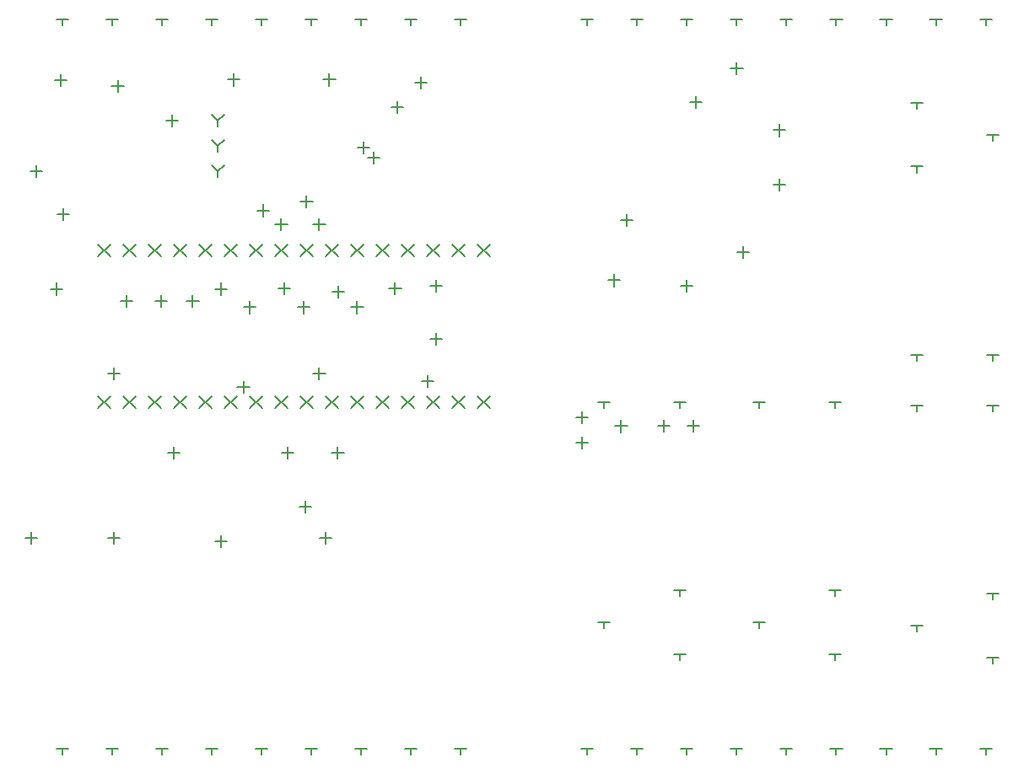
<source format=gbr>
G04 DipTrace 3.3.1.2*
G04 Plated_Through.gbr*
%MOIN*%
G04 #@! TF.FileFunction,Plated,1,2,PTH,Drill*
G04 #@! TF.Part,Single*
G04 Drill Symbols*
G04 D=0.019 - Cross*
G04 D=0.040157 - X*
G04 D=0.045276 - Y*
G04 D=0.051181 - T*
%ADD10C,0.00787*%
%FSLAX26Y26*%
G04*
G70*
G90*
G75*
G01*
X732600Y2654800D2*
D10*
X779800Y2607600D1*
Y2654800D2*
X732600Y2607600D1*
X832600Y2654800D2*
X879800Y2607600D1*
Y2654800D2*
X832600Y2607600D1*
X932600Y2654800D2*
X979800Y2607600D1*
Y2654800D2*
X932600Y2607600D1*
X1032600Y2654800D2*
X1079800Y2607600D1*
Y2654800D2*
X1032600Y2607600D1*
X1132600Y2654800D2*
X1179800Y2607600D1*
Y2654800D2*
X1132600Y2607600D1*
X1232600Y2654800D2*
X1279800Y2607600D1*
Y2654800D2*
X1232600Y2607600D1*
X1332600Y2654800D2*
X1379800Y2607600D1*
Y2654800D2*
X1332600Y2607600D1*
X1432600Y2654800D2*
X1479800Y2607600D1*
Y2654800D2*
X1432600Y2607600D1*
X1532600Y2654800D2*
X1579800Y2607600D1*
Y2654800D2*
X1532600Y2607600D1*
X1632600Y2654800D2*
X1679800Y2607600D1*
Y2654800D2*
X1632600Y2607600D1*
X1732600Y2654800D2*
X1779800Y2607600D1*
Y2654800D2*
X1732600Y2607600D1*
X1832600Y2654800D2*
X1879800Y2607600D1*
Y2654800D2*
X1832600Y2607600D1*
X1932600Y2654800D2*
X1979800Y2607600D1*
Y2654800D2*
X1932600Y2607600D1*
X2032600Y2654800D2*
X2079800Y2607600D1*
Y2654800D2*
X2032600Y2607600D1*
X2132600Y2654800D2*
X2179800Y2607600D1*
Y2654800D2*
X2132600Y2607600D1*
X2232600Y2654800D2*
X2279800Y2607600D1*
Y2654800D2*
X2232600Y2607600D1*
X732600Y2054800D2*
X779800Y2007600D1*
Y2054800D2*
X732600Y2007600D1*
X832600Y2054800D2*
X879800Y2007600D1*
Y2054800D2*
X832600Y2007600D1*
X932600Y2054800D2*
X979800Y2007600D1*
Y2054800D2*
X932600Y2007600D1*
X1032600Y2054800D2*
X1079800Y2007600D1*
Y2054800D2*
X1032600Y2007600D1*
X1132600Y2054800D2*
X1179800Y2007600D1*
Y2054800D2*
X1132600Y2007600D1*
X1232600Y2054800D2*
X1279800Y2007600D1*
Y2054800D2*
X1232600Y2007600D1*
X1332600Y2054800D2*
X1379800Y2007600D1*
Y2054800D2*
X1332600Y2007600D1*
X1432600Y2054800D2*
X1479800Y2007600D1*
Y2054800D2*
X1432600Y2007600D1*
X1532600Y2054800D2*
X1579800Y2007600D1*
Y2054800D2*
X1532600Y2007600D1*
X1632600Y2054800D2*
X1679800Y2007600D1*
Y2054800D2*
X1632600Y2007600D1*
X1732600Y2054800D2*
X1779800Y2007600D1*
Y2054800D2*
X1732600Y2007600D1*
X1832600Y2054800D2*
X1879800Y2007600D1*
Y2054800D2*
X1832600Y2007600D1*
X1932600Y2054800D2*
X1979800Y2007600D1*
Y2054800D2*
X1932600Y2007600D1*
X2032600Y2054800D2*
X2079800Y2007600D1*
Y2054800D2*
X2032600Y2007600D1*
X2132600Y2054800D2*
X2179800Y2007600D1*
Y2054800D2*
X2132600Y2007600D1*
X2232600Y2054800D2*
X2279800Y2007600D1*
Y2054800D2*
X2232600Y2007600D1*
X566950Y3543306D2*
X614150D1*
X590550D2*
Y3519706D1*
X763801Y3543306D2*
X811001D1*
X787401D2*
Y3519706D1*
X960651Y3543306D2*
X1007851D1*
X984251D2*
Y3519706D1*
X1157502Y3543306D2*
X1204702D1*
X1181102D2*
Y3519706D1*
X1354352Y3543306D2*
X1401552D1*
X1377952D2*
Y3519706D1*
X1551202Y3543306D2*
X1598402D1*
X1574802D2*
Y3519706D1*
X1748053Y3543306D2*
X1795253D1*
X1771653D2*
Y3519706D1*
X1944903Y3543306D2*
X1992103D1*
X1968503D2*
Y3519706D1*
X2141754Y3543306D2*
X2188954D1*
X2165354D2*
Y3519706D1*
X2641754Y3543306D2*
X2688954D1*
X2665354D2*
Y3519706D1*
X2838604Y3543306D2*
X2885804D1*
X2862204D2*
Y3519706D1*
X3035454Y3543306D2*
X3082654D1*
X3059054D2*
Y3519706D1*
X3232305Y3543306D2*
X3279505D1*
X3255905D2*
Y3519706D1*
X3429155Y3543306D2*
X3476355D1*
X3452755D2*
Y3519706D1*
X3626006Y3543306D2*
X3673206D1*
X3649606D2*
Y3519706D1*
X3822856Y3543306D2*
X3870056D1*
X3846456D2*
Y3519706D1*
X4019706Y3543306D2*
X4066906D1*
X4043306D2*
Y3519706D1*
X4216557Y3543306D2*
X4263757D1*
X4240157D2*
Y3519706D1*
X960651Y661417D2*
X1007851D1*
X984251D2*
Y637817D1*
X763801Y661417D2*
X811001D1*
X787401D2*
Y637817D1*
X566950Y661417D2*
X614150D1*
X590550D2*
Y637817D1*
X1551202Y661417D2*
X1598402D1*
X1574802D2*
Y637817D1*
X1354352Y661417D2*
X1401552D1*
X1377952D2*
Y637817D1*
X1157502Y661417D2*
X1204702D1*
X1181102D2*
Y637817D1*
X2141754Y661417D2*
X2188954D1*
X2165354D2*
Y637817D1*
X1944903Y661417D2*
X1992103D1*
X1968503D2*
Y637817D1*
X1748053Y661417D2*
X1795253D1*
X1771653D2*
Y637817D1*
X3035454Y661417D2*
X3082654D1*
X3059054D2*
Y637817D1*
X2838604Y661417D2*
X2885804D1*
X2862204D2*
Y637817D1*
X2641754Y661417D2*
X2688954D1*
X2665354D2*
Y637817D1*
X3626006Y661417D2*
X3673206D1*
X3649606D2*
Y637817D1*
X3429155Y661417D2*
X3476355D1*
X3452755D2*
Y637817D1*
X3232305Y661417D2*
X3279505D1*
X3255905D2*
Y637817D1*
X4216557Y661417D2*
X4263757D1*
X4240157D2*
Y637817D1*
X4019706Y661417D2*
X4066906D1*
X4043306D2*
Y637817D1*
X3822856Y661417D2*
X3870056D1*
X3846456D2*
Y637817D1*
X3007600Y2031200D2*
X3054800D1*
X3031200D2*
Y2007600D1*
X2707600Y2031200D2*
X2754800D1*
X2731200D2*
Y2007600D1*
X3007600Y1287106D2*
X3054800D1*
X3031200D2*
Y1263506D1*
X2707600Y1161121D2*
X2754800D1*
X2731200D2*
Y1137521D1*
X3007600Y1035137D2*
X3054800D1*
X3031200D2*
Y1011537D1*
X3620100Y2031200D2*
X3667300D1*
X3643700D2*
Y2007600D1*
X3320100Y2031200D2*
X3367300D1*
X3343700D2*
Y2007600D1*
X3620100Y1287106D2*
X3667300D1*
X3643700D2*
Y1263506D1*
X3320100Y1161121D2*
X3367300D1*
X3343700D2*
Y1137521D1*
X3620100Y1035137D2*
X3667300D1*
X3643700D2*
Y1011537D1*
X4245100Y2018700D2*
X4292300D1*
X4268700D2*
Y1995100D1*
X3945100Y2018700D2*
X3992300D1*
X3968700D2*
Y1995100D1*
X4245100Y1274606D2*
X4292300D1*
X4268700D2*
Y1251006D1*
X3945100Y1148621D2*
X3992300D1*
X3968700D2*
Y1125021D1*
X4245100Y1022637D2*
X4292300D1*
X4268700D2*
Y999037D1*
X3945100Y2218700D2*
X3992300D1*
X3968700D2*
Y2195100D1*
X4245100Y2218700D2*
X4292300D1*
X4268700D2*
Y2195100D1*
X3945100Y2962794D2*
X3992300D1*
X3968700D2*
Y2939194D1*
X4245100Y3088779D2*
X4292300D1*
X4268700D2*
Y3065179D1*
X3945100Y3214763D2*
X3992300D1*
X3968700D2*
Y3191163D1*
X1631200Y1517300D2*
Y1470100D1*
X1607600Y1493700D2*
X1654800D1*
X1218700Y1504800D2*
Y1457600D1*
X1195100Y1481200D2*
X1242300D1*
X793700Y1517300D2*
Y1470100D1*
X770100Y1493700D2*
X817300D1*
X468700Y1517300D2*
Y1470100D1*
X445100Y1493700D2*
X492300D1*
X793700Y2167300D2*
Y2120100D1*
X770100Y2143700D2*
X817300D1*
X1606200Y2167300D2*
Y2120100D1*
X1582600Y2143700D2*
X1629800D1*
X1031200Y1854800D2*
Y1807600D1*
X1007600Y1831200D2*
X1054800D1*
X1481200Y1854800D2*
Y1807600D1*
X1457600Y1831200D2*
X1504800D1*
X843700Y2454800D2*
Y2407600D1*
X820100Y2431200D2*
X867300D1*
X981200Y2454800D2*
Y2407600D1*
X957600Y2431200D2*
X1004800D1*
X1906200Y2504800D2*
Y2457600D1*
X1882600Y2481200D2*
X1929800D1*
X1106200Y2454800D2*
Y2407600D1*
X1082600Y2431200D2*
X1129800D1*
X1331200Y2429800D2*
Y2382600D1*
X1307600Y2406200D2*
X1354800D1*
X1543700Y2429800D2*
Y2382600D1*
X1520100Y2406200D2*
X1567300D1*
X1756200Y2429800D2*
Y2382600D1*
X1732600Y2406200D2*
X1779800D1*
X1681200Y2492300D2*
Y2445100D1*
X1657600Y2468700D2*
X1704800D1*
X1468700Y2504800D2*
Y2457600D1*
X1445100Y2481200D2*
X1492300D1*
X1182600Y2967300D2*
X1206200Y2943700D1*
X1229800Y2967300D1*
X1206200Y2943700D2*
Y2920100D1*
X1182600Y3067300D2*
X1206200Y3043700D1*
X1229800Y3067300D1*
X1206200Y3043700D2*
Y3020100D1*
X1182600Y3167300D2*
X1206200Y3143700D1*
X1229800Y3167300D1*
X1206200Y3143700D2*
Y3120100D1*
X3256200Y3373387D2*
Y3326187D1*
X3232600Y3349787D2*
X3279800D1*
X809822Y3304800D2*
Y3257600D1*
X786222Y3281200D2*
X833422D1*
X584822Y3327536D2*
Y3280336D1*
X561222Y3303936D2*
X608422D1*
X1646200Y3329804D2*
Y3282604D1*
X1622600Y3306204D2*
X1669800D1*
X1606200Y2758690D2*
Y2711490D1*
X1582600Y2735090D2*
X1629800D1*
X1456200Y2758690D2*
Y2711490D1*
X1432600Y2735090D2*
X1479800D1*
X1385200Y2812867D2*
Y2765667D1*
X1361600Y2789267D2*
X1408800D1*
X1556200Y2847926D2*
Y2800726D1*
X1532600Y2824326D2*
X1579800D1*
X593385Y2798371D2*
Y2751171D1*
X569785Y2774771D2*
X616985D1*
X1024255Y3167300D2*
Y3120100D1*
X1000655Y3143700D2*
X1047855D1*
X1781200Y3060524D2*
Y3013324D1*
X1757600Y3036924D2*
X1804800D1*
X2069369Y2515300D2*
Y2468100D1*
X2045769Y2491700D2*
X2092969D1*
X2069369Y2305127D2*
Y2257927D1*
X2045769Y2281527D2*
X2092969D1*
X2799586Y1959721D2*
Y1912521D1*
X2775986Y1936121D2*
X2823186D1*
X2821865Y2775650D2*
Y2728450D1*
X2798265Y2752050D2*
X2845465D1*
X2771865Y2536300D2*
Y2489100D1*
X2748265Y2512700D2*
X2795465D1*
X2643385Y1995221D2*
Y1948021D1*
X2619785Y1971621D2*
X2666985D1*
X2643385Y1894800D2*
Y1847600D1*
X2619785Y1871200D2*
X2666985D1*
X2966700Y1961217D2*
Y1914017D1*
X2943100Y1937617D2*
X2990300D1*
X3085086Y1961217D2*
Y1914017D1*
X3061486Y1937617D2*
X3108686D1*
X3059054Y2515300D2*
Y2468100D1*
X3035454Y2491700D2*
X3082654D1*
X3424424Y2914438D2*
Y2867238D1*
X3400824Y2890838D2*
X3448024D1*
X3424424Y3129800D2*
Y3082600D1*
X3400824Y3106200D2*
X3448024D1*
X1306550Y2115646D2*
Y2068446D1*
X1282950Y2092046D2*
X1330150D1*
X1551633Y1642300D2*
Y1595100D1*
X1528033Y1618700D2*
X1575233D1*
X488109Y2967304D2*
Y2920104D1*
X464509Y2943704D2*
X511709D1*
X1821200Y3022170D2*
Y2974970D1*
X1797600Y2998570D2*
X1844800D1*
X3281200Y2649170D2*
Y2601970D1*
X3257600Y2625570D2*
X3304800D1*
X3094554Y3242300D2*
Y3195100D1*
X3070954Y3218700D2*
X3118154D1*
X1266814Y3329804D2*
Y3282604D1*
X1243214Y3306204D2*
X1290414D1*
X2033869Y2137690D2*
Y2090490D1*
X2010269Y2114090D2*
X2057469D1*
X2008503Y3317103D2*
Y3269903D1*
X1984903Y3293503D2*
X2032103D1*
X568700Y2502800D2*
Y2455600D1*
X545100Y2479200D2*
X592300D1*
X1915704Y3220269D2*
Y3173069D1*
X1892104Y3196669D2*
X1939304D1*
X1679546Y1854800D2*
Y1807600D1*
X1655946Y1831200D2*
X1703146D1*
X1219015Y2502800D2*
Y2455600D1*
X1195415Y2479200D2*
X1242615D1*
M02*

</source>
